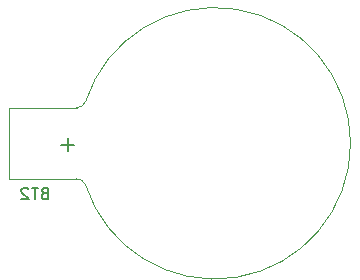
<source format=gbo>
%TF.GenerationSoftware,KiCad,Pcbnew,(5.0-dev-4122-gf60c251)*%
%TF.CreationDate,2018-06-11T17:10:56+01:00*%
%TF.ProjectId,ThermocoupleLogger,546865726D6F636F75706C654C6F6767,ca9ed02408*%
%TF.SameCoordinates,Original*%
%TF.FileFunction,Legend,Bot*%
%TF.FilePolarity,Positive*%
%FSLAX46Y46*%
G04 Gerber Fmt 4.6, Leading zero omitted, Abs format (unit mm)*
G04 Created by KiCad (PCBNEW (5.0-dev-4122-gf60c251)) date Monday, 11 June 2018 at 17:10:56*
%MOMM*%
%LPD*%
G01*
G04 APERTURE LIST*
%ADD10C,0.120000*%
%ADD11C,0.150000*%
G04 APERTURE END LIST*
D10*
X94531000Y-127556000D02*
X100231000Y-127556000D01*
X94531000Y-127556000D02*
X94531000Y-133556000D01*
X94531000Y-133556000D02*
X100231000Y-133556000D01*
X100982754Y-134082384D02*
G75*
G03X100231000Y-133556000I-751754J-273616D01*
G01*
X123426671Y-130510719D02*
G75*
G02X100981000Y-134056000I-11495671J-45281D01*
G01*
X100982754Y-127029616D02*
G75*
G02X100231000Y-127556000I-751754J273616D01*
G01*
X123426671Y-130601281D02*
G75*
G03X100981000Y-127056000I-11495671J45281D01*
G01*
D11*
X97516714Y-134784571D02*
X97373857Y-134832190D01*
X97326238Y-134879809D01*
X97278619Y-134975047D01*
X97278619Y-135117904D01*
X97326238Y-135213142D01*
X97373857Y-135260761D01*
X97469095Y-135308380D01*
X97850047Y-135308380D01*
X97850047Y-134308380D01*
X97516714Y-134308380D01*
X97421476Y-134356000D01*
X97373857Y-134403619D01*
X97326238Y-134498857D01*
X97326238Y-134594095D01*
X97373857Y-134689333D01*
X97421476Y-134736952D01*
X97516714Y-134784571D01*
X97850047Y-134784571D01*
X96992904Y-134308380D02*
X96421476Y-134308380D01*
X96707190Y-135308380D02*
X96707190Y-134308380D01*
X96135761Y-134403619D02*
X96088142Y-134356000D01*
X95992904Y-134308380D01*
X95754809Y-134308380D01*
X95659571Y-134356000D01*
X95611952Y-134403619D01*
X95564333Y-134498857D01*
X95564333Y-134594095D01*
X95611952Y-134736952D01*
X96183380Y-135308380D01*
X95564333Y-135308380D01*
X100052428Y-130663142D02*
X98909571Y-130663142D01*
X99481000Y-131234571D02*
X99481000Y-130091714D01*
M02*

</source>
